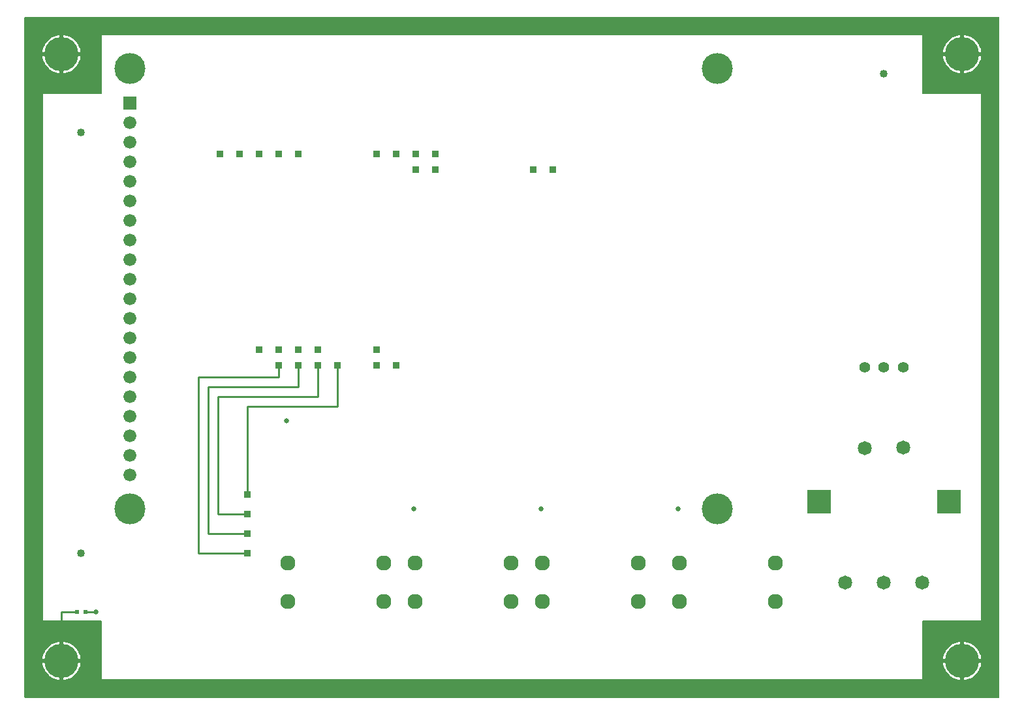
<source format=gbr>
G04 EAGLE Gerber RS-274X export*
G75*
%MOMM*%
%FSLAX34Y34*%
%LPD*%
%INBottom Copper*%
%IPPOS*%
%AMOC8*
5,1,8,0,0,1.08239X$1,22.5*%
G01*
%ADD10C,1.960000*%
%ADD11C,1.400000*%
%ADD12R,0.904800X0.904800*%
%ADD13C,1.820000*%
%ADD14R,3.080000X3.080000*%
%ADD15R,1.676400X1.676400*%
%ADD16C,1.676400*%
%ADD17C,4.016000*%
%ADD18C,4.445000*%
%ADD19C,1.016000*%
%ADD20R,0.609600X0.508000*%
%ADD21C,0.254000*%
%ADD22C,0.654800*%

G36*
X1267444Y885308D02*
X1267444Y885308D01*
X1267437Y885427D01*
X1267424Y885465D01*
X1267419Y885506D01*
X1267376Y885616D01*
X1267339Y885729D01*
X1267317Y885764D01*
X1267302Y885801D01*
X1267233Y885897D01*
X1267169Y885998D01*
X1267139Y886026D01*
X1267116Y886059D01*
X1267024Y886135D01*
X1266937Y886216D01*
X1266902Y886236D01*
X1266871Y886261D01*
X1266763Y886312D01*
X1266659Y886370D01*
X1266619Y886380D01*
X1266583Y886397D01*
X1266466Y886419D01*
X1266351Y886449D01*
X1266291Y886453D01*
X1266271Y886457D01*
X1266250Y886455D01*
X1266190Y886459D01*
X3810Y886459D01*
X3692Y886444D01*
X3573Y886437D01*
X3535Y886424D01*
X3494Y886419D01*
X3384Y886376D01*
X3271Y886339D01*
X3236Y886317D01*
X3199Y886302D01*
X3103Y886233D01*
X3002Y886169D01*
X2974Y886139D01*
X2941Y886116D01*
X2865Y886024D01*
X2784Y885937D01*
X2764Y885902D01*
X2739Y885871D01*
X2688Y885763D01*
X2630Y885659D01*
X2620Y885619D01*
X2603Y885583D01*
X2581Y885466D01*
X2551Y885351D01*
X2547Y885291D01*
X2543Y885271D01*
X2545Y885250D01*
X2541Y885190D01*
X2541Y3810D01*
X2556Y3692D01*
X2563Y3573D01*
X2576Y3535D01*
X2581Y3494D01*
X2624Y3384D01*
X2661Y3271D01*
X2683Y3236D01*
X2698Y3199D01*
X2767Y3103D01*
X2831Y3002D01*
X2861Y2974D01*
X2884Y2941D01*
X2976Y2865D01*
X3063Y2784D01*
X3098Y2764D01*
X3129Y2739D01*
X3237Y2688D01*
X3341Y2630D01*
X3381Y2620D01*
X3417Y2603D01*
X3534Y2581D01*
X3649Y2551D01*
X3709Y2547D01*
X3729Y2543D01*
X3750Y2545D01*
X3810Y2541D01*
X1266190Y2541D01*
X1266308Y2556D01*
X1266427Y2563D01*
X1266465Y2576D01*
X1266506Y2581D01*
X1266616Y2624D01*
X1266729Y2661D01*
X1266764Y2683D01*
X1266801Y2698D01*
X1266897Y2767D01*
X1266998Y2831D01*
X1267026Y2861D01*
X1267059Y2884D01*
X1267135Y2976D01*
X1267216Y3063D01*
X1267236Y3098D01*
X1267261Y3129D01*
X1267312Y3237D01*
X1267370Y3341D01*
X1267380Y3381D01*
X1267397Y3417D01*
X1267419Y3534D01*
X1267449Y3649D01*
X1267453Y3709D01*
X1267457Y3729D01*
X1267455Y3750D01*
X1267459Y3810D01*
X1267459Y885190D01*
X1267444Y885308D01*
G37*
%LPC*%
G36*
X101600Y786131D02*
X101600Y786131D01*
X101718Y786146D01*
X101837Y786153D01*
X101875Y786166D01*
X101916Y786171D01*
X102026Y786214D01*
X102139Y786251D01*
X102174Y786273D01*
X102211Y786288D01*
X102307Y786358D01*
X102408Y786421D01*
X102436Y786451D01*
X102469Y786474D01*
X102545Y786566D01*
X102626Y786653D01*
X102646Y786688D01*
X102671Y786719D01*
X102722Y786827D01*
X102780Y786931D01*
X102790Y786971D01*
X102807Y787007D01*
X102829Y787124D01*
X102859Y787239D01*
X102863Y787300D01*
X102867Y787320D01*
X102865Y787340D01*
X102869Y787400D01*
X102869Y862331D01*
X1167131Y862331D01*
X1167131Y787400D01*
X1167146Y787282D01*
X1167153Y787163D01*
X1167166Y787125D01*
X1167171Y787084D01*
X1167214Y786974D01*
X1167251Y786861D01*
X1167273Y786826D01*
X1167288Y786789D01*
X1167358Y786693D01*
X1167421Y786592D01*
X1167451Y786564D01*
X1167474Y786531D01*
X1167566Y786456D01*
X1167653Y786374D01*
X1167688Y786354D01*
X1167719Y786329D01*
X1167827Y786278D01*
X1167931Y786220D01*
X1167971Y786210D01*
X1168007Y786193D01*
X1168124Y786171D01*
X1168239Y786141D01*
X1168300Y786137D01*
X1168320Y786133D01*
X1168340Y786135D01*
X1168400Y786131D01*
X1243331Y786131D01*
X1243331Y102869D01*
X1168400Y102869D01*
X1168282Y102854D01*
X1168163Y102847D01*
X1168125Y102834D01*
X1168084Y102829D01*
X1167974Y102786D01*
X1167861Y102749D01*
X1167826Y102727D01*
X1167789Y102712D01*
X1167693Y102643D01*
X1167592Y102579D01*
X1167564Y102549D01*
X1167531Y102526D01*
X1167456Y102434D01*
X1167374Y102347D01*
X1167354Y102312D01*
X1167329Y102281D01*
X1167278Y102173D01*
X1167220Y102069D01*
X1167210Y102029D01*
X1167193Y101993D01*
X1167171Y101876D01*
X1167141Y101761D01*
X1167137Y101701D01*
X1167133Y101681D01*
X1167135Y101660D01*
X1167131Y101600D01*
X1167131Y26669D01*
X102869Y26669D01*
X102869Y101600D01*
X102854Y101718D01*
X102847Y101837D01*
X102834Y101875D01*
X102829Y101916D01*
X102786Y102026D01*
X102749Y102139D01*
X102727Y102174D01*
X102712Y102211D01*
X102643Y102307D01*
X102579Y102408D01*
X102549Y102436D01*
X102526Y102469D01*
X102434Y102545D01*
X102347Y102626D01*
X102312Y102646D01*
X102281Y102671D01*
X102173Y102722D01*
X102069Y102780D01*
X102029Y102790D01*
X101993Y102807D01*
X101876Y102829D01*
X101761Y102859D01*
X101701Y102863D01*
X101681Y102867D01*
X101660Y102865D01*
X101600Y102869D01*
X26669Y102869D01*
X26669Y786131D01*
X101600Y786131D01*
G37*
%LPD*%
%LPC*%
G36*
X53339Y840739D02*
X53339Y840739D01*
X53339Y862836D01*
X54955Y862654D01*
X57667Y862035D01*
X60292Y861117D01*
X62799Y859910D01*
X65154Y858430D01*
X67329Y856695D01*
X69295Y854729D01*
X71030Y852554D01*
X72510Y850199D01*
X73717Y847692D01*
X74635Y845067D01*
X75254Y842355D01*
X75436Y840739D01*
X53339Y840739D01*
G37*
%LPD*%
%LPC*%
G36*
X1221739Y840739D02*
X1221739Y840739D01*
X1221739Y862836D01*
X1223355Y862654D01*
X1226067Y862035D01*
X1228692Y861117D01*
X1231199Y859910D01*
X1233554Y858430D01*
X1235729Y856695D01*
X1237695Y854729D01*
X1239430Y852554D01*
X1240910Y850199D01*
X1242117Y847692D01*
X1243035Y845067D01*
X1243654Y842355D01*
X1243836Y840739D01*
X1221739Y840739D01*
G37*
%LPD*%
%LPC*%
G36*
X53339Y53339D02*
X53339Y53339D01*
X53339Y75436D01*
X54955Y75254D01*
X57667Y74635D01*
X60292Y73717D01*
X62799Y72510D01*
X65154Y71030D01*
X67329Y69295D01*
X69295Y67329D01*
X71030Y65154D01*
X72510Y62799D01*
X73717Y60292D01*
X74635Y57667D01*
X75254Y54955D01*
X75436Y53339D01*
X53339Y53339D01*
G37*
%LPD*%
%LPC*%
G36*
X1221739Y53339D02*
X1221739Y53339D01*
X1221739Y75436D01*
X1223355Y75254D01*
X1226067Y74635D01*
X1228692Y73717D01*
X1231199Y72510D01*
X1233554Y71030D01*
X1235729Y69295D01*
X1237695Y67329D01*
X1239430Y65154D01*
X1240910Y62799D01*
X1242117Y60292D01*
X1243035Y57667D01*
X1243654Y54955D01*
X1243836Y53339D01*
X1221739Y53339D01*
G37*
%LPD*%
%LPC*%
G36*
X26164Y840739D02*
X26164Y840739D01*
X26346Y842355D01*
X26965Y845067D01*
X27883Y847692D01*
X29090Y850199D01*
X30570Y852554D01*
X32305Y854729D01*
X34271Y856695D01*
X36446Y858430D01*
X38801Y859910D01*
X41308Y861117D01*
X43933Y862035D01*
X46645Y862654D01*
X48261Y862836D01*
X48261Y840739D01*
X26164Y840739D01*
G37*
%LPD*%
%LPC*%
G36*
X1194564Y840739D02*
X1194564Y840739D01*
X1194746Y842355D01*
X1195365Y845067D01*
X1196283Y847692D01*
X1197490Y850199D01*
X1198970Y852554D01*
X1200705Y854729D01*
X1202671Y856695D01*
X1204846Y858430D01*
X1207201Y859910D01*
X1209708Y861117D01*
X1212333Y862035D01*
X1215045Y862654D01*
X1216661Y862836D01*
X1216661Y840739D01*
X1194564Y840739D01*
G37*
%LPD*%
%LPC*%
G36*
X1221739Y835661D02*
X1221739Y835661D01*
X1243836Y835661D01*
X1243654Y834045D01*
X1243035Y831333D01*
X1242117Y828708D01*
X1240910Y826201D01*
X1239430Y823846D01*
X1237695Y821671D01*
X1235729Y819705D01*
X1233554Y817970D01*
X1231199Y816490D01*
X1228692Y815283D01*
X1226067Y814365D01*
X1223355Y813746D01*
X1221739Y813564D01*
X1221739Y835661D01*
G37*
%LPD*%
%LPC*%
G36*
X53339Y835661D02*
X53339Y835661D01*
X75436Y835661D01*
X75254Y834045D01*
X74635Y831333D01*
X73717Y828708D01*
X72510Y826201D01*
X71030Y823846D01*
X69295Y821671D01*
X67329Y819705D01*
X65154Y817970D01*
X62799Y816490D01*
X60292Y815283D01*
X57667Y814365D01*
X54955Y813746D01*
X53339Y813564D01*
X53339Y835661D01*
G37*
%LPD*%
%LPC*%
G36*
X26164Y53339D02*
X26164Y53339D01*
X26346Y54955D01*
X26965Y57667D01*
X27883Y60292D01*
X29090Y62799D01*
X30570Y65154D01*
X32305Y67329D01*
X34271Y69295D01*
X36446Y71030D01*
X38801Y72510D01*
X41308Y73717D01*
X43933Y74635D01*
X46645Y75254D01*
X48261Y75436D01*
X48261Y53339D01*
X26164Y53339D01*
G37*
%LPD*%
%LPC*%
G36*
X1194564Y53339D02*
X1194564Y53339D01*
X1194746Y54955D01*
X1195365Y57667D01*
X1196283Y60292D01*
X1197490Y62799D01*
X1198970Y65154D01*
X1200705Y67329D01*
X1202671Y69295D01*
X1204846Y71030D01*
X1207201Y72510D01*
X1209708Y73717D01*
X1212333Y74635D01*
X1215045Y75254D01*
X1216661Y75436D01*
X1216661Y53339D01*
X1194564Y53339D01*
G37*
%LPD*%
%LPC*%
G36*
X1221739Y48261D02*
X1221739Y48261D01*
X1243836Y48261D01*
X1243654Y46645D01*
X1243035Y43933D01*
X1242117Y41308D01*
X1240910Y38801D01*
X1239430Y36446D01*
X1237695Y34271D01*
X1235729Y32305D01*
X1233554Y30570D01*
X1231199Y29090D01*
X1228692Y27883D01*
X1226067Y26965D01*
X1223355Y26346D01*
X1221739Y26164D01*
X1221739Y48261D01*
G37*
%LPD*%
%LPC*%
G36*
X53339Y48261D02*
X53339Y48261D01*
X75436Y48261D01*
X75254Y46645D01*
X74635Y43933D01*
X73717Y41308D01*
X72510Y38801D01*
X71030Y36446D01*
X69295Y34271D01*
X67329Y32305D01*
X65154Y30570D01*
X62799Y29090D01*
X60292Y27883D01*
X57667Y26965D01*
X54955Y26346D01*
X53339Y26164D01*
X53339Y48261D01*
G37*
%LPD*%
%LPC*%
G36*
X1215045Y813746D02*
X1215045Y813746D01*
X1212333Y814365D01*
X1209708Y815283D01*
X1207201Y816490D01*
X1204846Y817970D01*
X1202671Y819705D01*
X1200705Y821671D01*
X1198970Y823846D01*
X1197490Y826201D01*
X1196283Y828708D01*
X1195365Y831333D01*
X1194746Y834045D01*
X1194564Y835661D01*
X1216661Y835661D01*
X1216661Y813564D01*
X1215045Y813746D01*
G37*
%LPD*%
%LPC*%
G36*
X46645Y813746D02*
X46645Y813746D01*
X43933Y814365D01*
X41308Y815283D01*
X38801Y816490D01*
X36446Y817970D01*
X34271Y819705D01*
X32305Y821671D01*
X30570Y823846D01*
X29090Y826201D01*
X27883Y828708D01*
X26965Y831333D01*
X26346Y834045D01*
X26164Y835661D01*
X48261Y835661D01*
X48261Y813564D01*
X46645Y813746D01*
G37*
%LPD*%
%LPC*%
G36*
X1215045Y26346D02*
X1215045Y26346D01*
X1212333Y26965D01*
X1209708Y27883D01*
X1207201Y29090D01*
X1204846Y30570D01*
X1202671Y32305D01*
X1200705Y34271D01*
X1198970Y36446D01*
X1197490Y38801D01*
X1196283Y41308D01*
X1195365Y43933D01*
X1194746Y46645D01*
X1194564Y48261D01*
X1216661Y48261D01*
X1216661Y26164D01*
X1215045Y26346D01*
G37*
%LPD*%
%LPC*%
G36*
X46645Y26346D02*
X46645Y26346D01*
X43933Y26965D01*
X41308Y27883D01*
X38801Y29090D01*
X36446Y30570D01*
X34271Y32305D01*
X32305Y34271D01*
X30570Y36446D01*
X29090Y38801D01*
X27883Y41308D01*
X26965Y43933D01*
X26346Y46645D01*
X26164Y48261D01*
X48261Y48261D01*
X48261Y26164D01*
X46645Y26346D01*
G37*
%LPD*%
%LPC*%
G36*
X1219199Y838199D02*
X1219199Y838199D01*
X1219199Y838201D01*
X1219201Y838201D01*
X1219201Y838199D01*
X1219199Y838199D01*
G37*
%LPD*%
%LPC*%
G36*
X50799Y838199D02*
X50799Y838199D01*
X50799Y838201D01*
X50801Y838201D01*
X50801Y838199D01*
X50799Y838199D01*
G37*
%LPD*%
%LPC*%
G36*
X1219199Y50799D02*
X1219199Y50799D01*
X1219199Y50801D01*
X1219201Y50801D01*
X1219201Y50799D01*
X1219199Y50799D01*
G37*
%LPD*%
%LPC*%
G36*
X50799Y50799D02*
X50799Y50799D01*
X50799Y50801D01*
X50801Y50801D01*
X50801Y50799D01*
X50799Y50799D01*
G37*
%LPD*%
D10*
X468900Y177400D03*
X468900Y127400D03*
X343900Y127400D03*
X343900Y177400D03*
D11*
X1092600Y431800D03*
X1117600Y431800D03*
X1142600Y431800D03*
D12*
X383540Y454660D03*
X358140Y454660D03*
X332740Y454660D03*
X307340Y454660D03*
X408940Y434340D03*
X383540Y434340D03*
X358140Y434340D03*
X332740Y434340D03*
X459740Y454660D03*
X459740Y434340D03*
X281940Y708660D03*
X307340Y708660D03*
X332740Y708660D03*
X358140Y708660D03*
X459740Y708660D03*
X485140Y708660D03*
X510540Y708660D03*
X535940Y708660D03*
X535940Y688340D03*
X510540Y688340D03*
X485140Y434340D03*
X256540Y708660D03*
X662940Y688340D03*
X688340Y688340D03*
D13*
X1117600Y152400D03*
X1167600Y152400D03*
X1067600Y152400D03*
D14*
X1033600Y257400D03*
X1201600Y257400D03*
D13*
X1092600Y326400D03*
X1142600Y327400D03*
D10*
X634000Y177400D03*
X634000Y127400D03*
X509000Y127400D03*
X509000Y177400D03*
X799100Y177400D03*
X799100Y127400D03*
X674100Y127400D03*
X674100Y177400D03*
X976900Y177400D03*
X976900Y127400D03*
X851900Y127400D03*
X851900Y177400D03*
D15*
X139700Y774700D03*
D16*
X139700Y749300D03*
X139700Y723900D03*
X139700Y698500D03*
X139700Y673100D03*
X139700Y647700D03*
X139700Y622300D03*
X139700Y596900D03*
X139700Y571500D03*
X139700Y546100D03*
X139700Y520700D03*
X139700Y495300D03*
X139700Y469900D03*
X139700Y444500D03*
X139700Y419100D03*
X139700Y393700D03*
X139700Y368300D03*
X139700Y342900D03*
X139700Y317500D03*
X139700Y292100D03*
D17*
X139700Y819150D03*
X139700Y247650D03*
X901700Y819150D03*
X901700Y247650D03*
D18*
X50800Y838200D03*
X1219200Y50800D03*
X1219200Y838200D03*
X50800Y50800D03*
D12*
X292100Y190500D03*
X292100Y215900D03*
X292100Y241300D03*
X292100Y266700D03*
D19*
X76200Y190500D03*
X76200Y736600D03*
X1117600Y812800D03*
D20*
X81788Y114300D03*
X70612Y114300D03*
D21*
X383540Y393700D02*
X383540Y434340D01*
X383540Y393700D02*
X254000Y393700D01*
X254000Y241300D01*
X292100Y241300D01*
X358140Y406400D02*
X358140Y434340D01*
X358140Y406400D02*
X241300Y406400D01*
X241300Y215900D01*
X292100Y215900D01*
X95250Y114300D02*
X81788Y114300D01*
X408940Y381000D02*
X408940Y434340D01*
X292100Y381000D02*
X292100Y266700D01*
X292100Y381000D02*
X408940Y381000D01*
D22*
X95250Y114300D03*
D21*
X332740Y431800D02*
X332740Y434340D01*
X332740Y419100D01*
X228600Y419100D01*
X228600Y190500D01*
X292100Y190500D01*
D22*
X342900Y361950D03*
X508000Y247650D03*
X673100Y247650D03*
X850900Y247650D03*
D21*
X70612Y114300D02*
X50800Y114300D01*
X50800Y50800D01*
M02*

</source>
